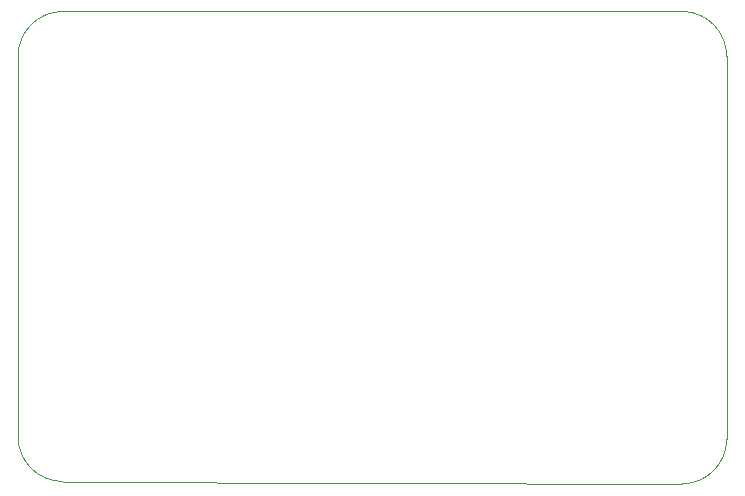
<source format=gbr>
%TF.GenerationSoftware,KiCad,Pcbnew,(5.1.6)-1*%
%TF.CreationDate,2020-08-08T14:22:08+05:30*%
%TF.ProjectId,F745_DISC,46373435-5f44-4495-9343-2e6b69636164,rev?*%
%TF.SameCoordinates,Original*%
%TF.FileFunction,Profile,NP*%
%FSLAX46Y46*%
G04 Gerber Fmt 4.6, Leading zero omitted, Abs format (unit mm)*
G04 Created by KiCad (PCBNEW (5.1.6)-1) date 2020-08-08 14:22:08*
%MOMM*%
%LPD*%
G01*
G04 APERTURE LIST*
%TA.AperFunction,Profile*%
%ADD10C,0.050000*%
%TD*%
G04 APERTURE END LIST*
D10*
X93400000Y-66300000D02*
G75*
G02*
X89600000Y-70100000I-3800000J0D01*
G01*
X37200000Y-69900000D02*
G75*
G02*
X33400000Y-66100000I0J3800000D01*
G01*
X33398685Y-33900001D02*
G75*
G02*
X37299999Y-30100001I3801315J1D01*
G01*
X89805106Y-30105539D02*
G75*
G02*
X93400000Y-33900000I-205106J-3794461D01*
G01*
X33400000Y-66100000D02*
X33398685Y-33900001D01*
X89600000Y-70100000D02*
X37200000Y-69900000D01*
X93400000Y-33900000D02*
X93400000Y-66300000D01*
X37300000Y-30100000D02*
X89805106Y-30105539D01*
M02*

</source>
